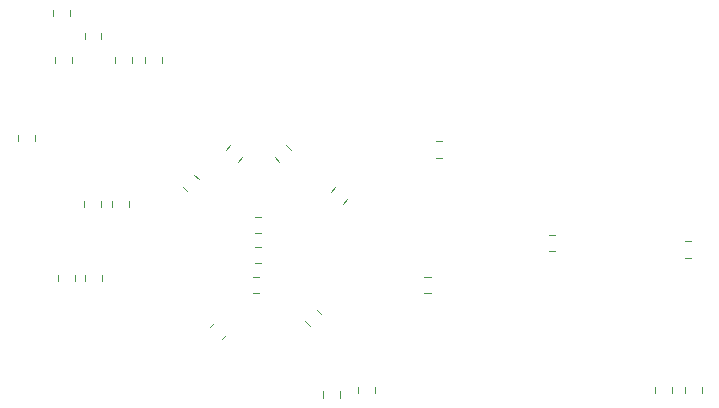
<source format=gbr>
G04 #@! TF.GenerationSoftware,KiCad,Pcbnew,(5.1.2-1)-1*
G04 #@! TF.CreationDate,2020-03-21T01:14:29+05:30*
G04 #@! TF.ProjectId,Mega,4d656761-2e6b-4696-9361-645f70636258,rev?*
G04 #@! TF.SameCoordinates,Original*
G04 #@! TF.FileFunction,Legend,Bot*
G04 #@! TF.FilePolarity,Positive*
%FSLAX46Y46*%
G04 Gerber Fmt 4.6, Leading zero omitted, Abs format (unit mm)*
G04 Created by KiCad (PCBNEW (5.1.2-1)-1) date 2020-03-21 01:14:29*
%MOMM*%
%LPD*%
G04 APERTURE LIST*
%ADD10C,0.120000*%
G04 APERTURE END LIST*
D10*
X31040000Y-29226252D02*
X31040000Y-28703748D01*
X32460000Y-29226252D02*
X32460000Y-28703748D01*
X28500000Y-29226252D02*
X28500000Y-28703748D01*
X29920000Y-29226252D02*
X29920000Y-28703748D01*
X27360000Y-26663748D02*
X27360000Y-27186252D01*
X25940000Y-26663748D02*
X25940000Y-27186252D01*
X23420000Y-29226252D02*
X23420000Y-28703748D01*
X24840000Y-29226252D02*
X24840000Y-28703748D01*
X20290000Y-35786252D02*
X20290000Y-35263748D01*
X21710000Y-35786252D02*
X21710000Y-35263748D01*
X24710000Y-24713748D02*
X24710000Y-25236252D01*
X23290000Y-24713748D02*
X23290000Y-25236252D01*
X40213748Y-47290000D02*
X40736252Y-47290000D01*
X40213748Y-48710000D02*
X40736252Y-48710000D01*
X55713748Y-35790000D02*
X56236252Y-35790000D01*
X55713748Y-37210000D02*
X56236252Y-37210000D01*
X77286252Y-45710000D02*
X76763748Y-45710000D01*
X77286252Y-44290000D02*
X76763748Y-44290000D01*
X54713748Y-47290000D02*
X55236252Y-47290000D01*
X54713748Y-48710000D02*
X55236252Y-48710000D01*
X35242313Y-38674221D02*
X35611779Y-39043687D01*
X34238221Y-39678313D02*
X34607687Y-40047779D01*
X46774005Y-40105903D02*
X47143471Y-39736437D01*
X47778097Y-41109995D02*
X48147563Y-40740529D01*
X37934995Y-52223097D02*
X37565529Y-52592563D01*
X36930903Y-51219005D02*
X36561437Y-51588471D01*
X40901252Y-46176000D02*
X40378748Y-46176000D01*
X40901252Y-44756000D02*
X40378748Y-44756000D01*
X44984471Y-51449563D02*
X44615005Y-51080097D01*
X45988563Y-50445471D02*
X45619097Y-50076005D01*
X46153000Y-57529252D02*
X46153000Y-57006748D01*
X47573000Y-57529252D02*
X47573000Y-57006748D01*
X50494000Y-56643748D02*
X50494000Y-57166252D01*
X49074000Y-56643748D02*
X49074000Y-57166252D01*
X40378748Y-42216000D02*
X40901252Y-42216000D01*
X40378748Y-43636000D02*
X40901252Y-43636000D01*
X43026529Y-36180437D02*
X43395995Y-36549903D01*
X42022437Y-37184529D02*
X42391903Y-37553995D01*
X39257563Y-37184529D02*
X38888097Y-37553995D01*
X38253471Y-36180437D02*
X37884005Y-36549903D01*
X74220000Y-57166252D02*
X74220000Y-56643748D01*
X75640000Y-57166252D02*
X75640000Y-56643748D01*
X78180000Y-56643748D02*
X78180000Y-57166252D01*
X76760000Y-56643748D02*
X76760000Y-57166252D01*
X65270748Y-43740000D02*
X65793252Y-43740000D01*
X65270748Y-45160000D02*
X65793252Y-45160000D01*
X25960000Y-47641252D02*
X25960000Y-47118748D01*
X27380000Y-47641252D02*
X27380000Y-47118748D01*
X28290000Y-41418252D02*
X28290000Y-40895748D01*
X29710000Y-41418252D02*
X29710000Y-40895748D01*
X27310000Y-40877748D02*
X27310000Y-41400252D01*
X25890000Y-40877748D02*
X25890000Y-41400252D01*
X25094000Y-47118748D02*
X25094000Y-47641252D01*
X23674000Y-47118748D02*
X23674000Y-47641252D01*
M02*

</source>
